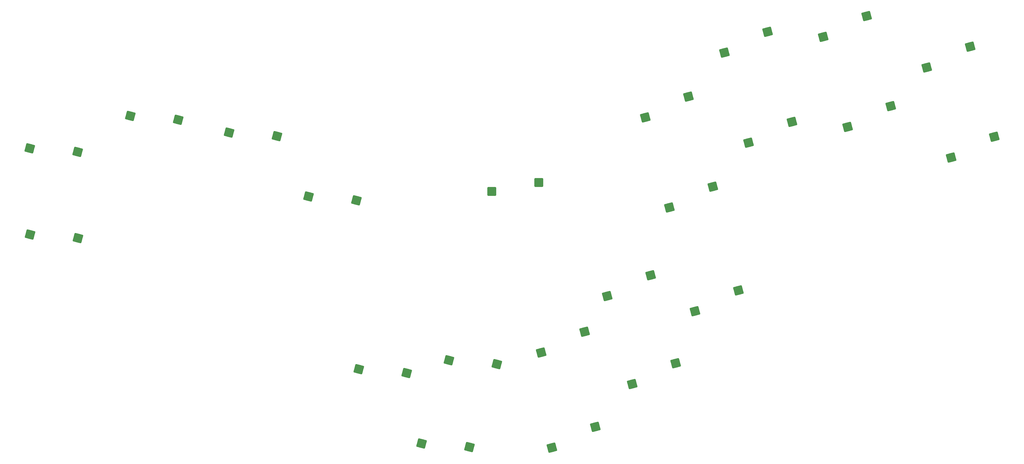
<source format=gbp>
G04 #@! TF.GenerationSoftware,KiCad,Pcbnew,(7.0.0)*
G04 #@! TF.CreationDate,2023-04-19T14:41:34-07:00*
G04 #@! TF.ProjectId,OpenRectangle,4f70656e-5265-4637-9461-6e676c652e6b,rev?*
G04 #@! TF.SameCoordinates,Original*
G04 #@! TF.FileFunction,Paste,Bot*
G04 #@! TF.FilePolarity,Positive*
%FSLAX46Y46*%
G04 Gerber Fmt 4.6, Leading zero omitted, Abs format (unit mm)*
G04 Created by KiCad (PCBNEW (7.0.0)) date 2023-04-19 14:41:34*
%MOMM*%
%LPD*%
G01*
G04 APERTURE LIST*
G04 Aperture macros list*
%AMRoundRect*
0 Rectangle with rounded corners*
0 $1 Rounding radius*
0 $2 $3 $4 $5 $6 $7 $8 $9 X,Y pos of 4 corners*
0 Add a 4 corners polygon primitive as box body*
4,1,4,$2,$3,$4,$5,$6,$7,$8,$9,$2,$3,0*
0 Add four circle primitives for the rounded corners*
1,1,$1+$1,$2,$3*
1,1,$1+$1,$4,$5*
1,1,$1+$1,$6,$7*
1,1,$1+$1,$8,$9*
0 Add four rect primitives between the rounded corners*
20,1,$1+$1,$2,$3,$4,$5,0*
20,1,$1+$1,$4,$5,$6,$7,0*
20,1,$1+$1,$6,$7,$8,$9,0*
20,1,$1+$1,$8,$9,$2,$3,0*%
G04 Aperture macros list end*
%ADD10RoundRect,0.250000X1.248893X0.700636X-0.731255X1.231215X-1.248893X-0.700636X0.731255X-1.231215X0*%
%ADD11RoundRect,0.250000X0.731255X1.231215X-1.248893X0.700636X-0.731255X-1.231215X1.248893X-0.700636X0*%
%ADD12RoundRect,0.250000X1.025000X1.000000X-1.025000X1.000000X-1.025000X-1.000000X1.025000X-1.000000X0*%
G04 APERTURE END LIST*
D10*
X73499037Y-92098808D03*
X59849934Y-91071143D03*
X179026837Y-126905944D03*
X192675940Y-127933609D03*
X59744163Y-66513762D03*
X73393266Y-67541427D03*
D11*
X234920618Y-57676584D03*
X247254920Y-51742016D03*
X241816353Y-83344830D03*
X254150655Y-77410262D03*
D12*
X191218500Y-78786866D03*
X204668500Y-76246866D03*
D11*
X205309568Y-124664895D03*
X217643870Y-118730327D03*
D10*
X88382295Y-57309219D03*
X102031398Y-58336884D03*
D11*
X249108509Y-112929004D03*
X261442811Y-106994436D03*
D10*
X139099721Y-80254703D03*
X152748824Y-81282368D03*
D11*
X257430245Y-39225974D03*
X269764547Y-33291406D03*
D10*
X116477628Y-62015178D03*
X130126731Y-63042843D03*
D11*
X208380840Y-151787292D03*
X220715142Y-145852724D03*
D10*
X171259489Y-150549026D03*
X184908592Y-151576691D03*
X153425881Y-129445256D03*
X167074984Y-130472921D03*
D11*
X292485053Y-60430002D03*
X304819355Y-54495434D03*
X315068954Y-43463364D03*
X327403256Y-37528796D03*
X231213223Y-133682814D03*
X243547525Y-127748246D03*
X264326239Y-64895186D03*
X276660541Y-58960618D03*
X321964948Y-69132576D03*
X334299250Y-63198008D03*
X285589059Y-34760790D03*
X297923361Y-28826222D03*
X224141951Y-108560417D03*
X236476253Y-102625849D03*
M02*

</source>
